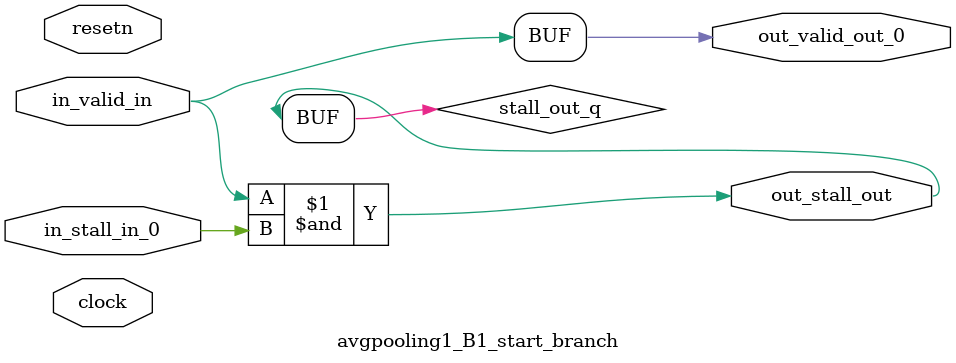
<source format=sv>



(* altera_attribute = "-name AUTO_SHIFT_REGISTER_RECOGNITION OFF; -name MESSAGE_DISABLE 10036; -name MESSAGE_DISABLE 10037; -name MESSAGE_DISABLE 14130; -name MESSAGE_DISABLE 14320; -name MESSAGE_DISABLE 15400; -name MESSAGE_DISABLE 14130; -name MESSAGE_DISABLE 10036; -name MESSAGE_DISABLE 12020; -name MESSAGE_DISABLE 12030; -name MESSAGE_DISABLE 12010; -name MESSAGE_DISABLE 12110; -name MESSAGE_DISABLE 14320; -name MESSAGE_DISABLE 13410; -name MESSAGE_DISABLE 113007; -name MESSAGE_DISABLE 10958" *)
module avgpooling1_B1_start_branch (
    input wire [0:0] in_stall_in_0,
    input wire [0:0] in_valid_in,
    output wire [0:0] out_stall_out,
    output wire [0:0] out_valid_out_0,
    input wire clock,
    input wire resetn
    );

    wire [0:0] stall_out_q;


    // stall_out(LOGICAL,6)
    assign stall_out_q = in_valid_in & in_stall_in_0;

    // out_stall_out(GPOUT,4)
    assign out_stall_out = stall_out_q;

    // out_valid_out_0(GPOUT,5)
    assign out_valid_out_0 = in_valid_in;

endmodule

</source>
